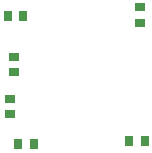
<source format=gbp>
G04*
G04 #@! TF.GenerationSoftware,Altium Limited,Altium Designer,18.0.7 (293)*
G04*
G04 Layer_Color=128*
%FSLAX25Y25*%
%MOIN*%
G70*
G01*
G75*
%ADD25R,0.02800X0.03600*%
%ADD26R,0.03600X0.02800*%
D25*
X178941Y135500D02*
D03*
X184100D02*
D03*
X187559Y93000D02*
D03*
X182400D02*
D03*
X224559Y94000D02*
D03*
X219400D02*
D03*
D26*
X179500Y102941D02*
D03*
Y108100D02*
D03*
X181000Y116941D02*
D03*
Y122100D02*
D03*
X223000Y138559D02*
D03*
Y133400D02*
D03*
M02*

</source>
